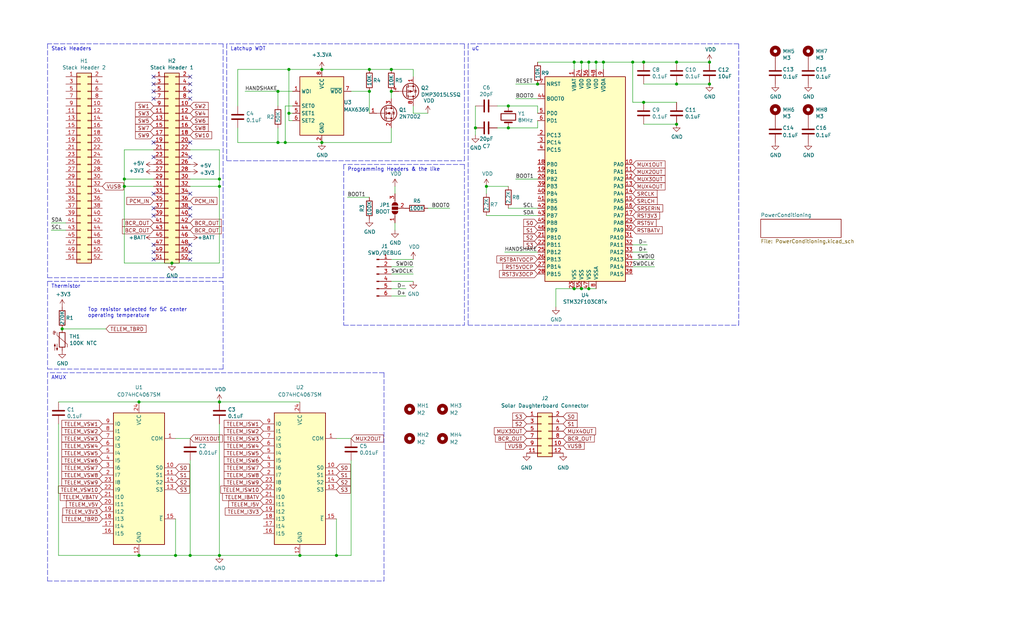
<source format=kicad_sch>
(kicad_sch (version 20211123) (generator eeschema)
  (paper "USLegal")
  (title_block (title "TJ Custom EPS") (rev "2") (company "TJHSST Nanosatellite Club") (comment 1 "Master Sheet") (comment 2 "Contains TTC node uC, stack header, and data connections") (comment 4 "Engineer: Alan Hsu"))
  (junction (at 43.18 64.77))
  (junction (at 135.89 31.75))
  (junction (at 176.53 36.83))
  (junction (at 223.52 35.56))
  (junction (at 204.47 100.33))
  (junction (at 176.53 44.45))
  (junction (at 128.27 24.13))
  (junction (at 234.95 29.21))
  (junction (at 76.2 62.23))
  (junction (at 234.95 43.18))
  (junction (at 96.52 49.53))
  (junction (at 186.69 29.21))
  (junction (at 116.84 193.04))
  (junction (at 128.27 31.75))
  (junction (at 66.04 193.04))
  (junction (at 234.95 21.59))
  (junction (at 246.38 29.21))
  (junction (at 207.01 21.59))
  (junction (at 111.76 49.53))
  (junction (at 168.91 64.77))
  (junction (at 76.2 193.04))
  (junction (at 60.96 193.04))
  (junction (at 21.59 114.3))
  (junction (at 204.47 21.59))
  (junction (at 219.71 21.59))
  (junction (at 111.76 24.13))
  (junction (at 99.06 49.53))
  (junction (at 209.55 21.59))
  (junction (at 199.39 100.33))
  (junction (at 43.18 62.23))
  (junction (at 199.39 21.59))
  (junction (at 59.69 91.44))
  (junction (at 76.2 139.7))
  (junction (at 100.33 39.37))
  (junction (at 135.89 24.13))
  (junction (at 223.52 21.59))
  (junction (at 201.93 100.33))
  (junction (at 96.52 31.75))
  (junction (at 104.14 193.04))
  (junction (at 100.33 24.13))
  (junction (at 246.38 21.59))
  (junction (at 48.26 193.04))
  (junction (at 48.26 139.7))
  (junction (at 76.2 64.77))
  (junction (at 201.93 21.59))
  (junction (at 165.1 44.45))
  (no_connect (at 66.04 29.21))
  (no_connect (at 53.34 31.75))
  (no_connect (at 53.34 87.63))
  (no_connect (at 53.34 72.39))
  (no_connect (at 66.04 72.39))
  (no_connect (at 53.34 34.29))
  (no_connect (at 66.04 31.75))
  (no_connect (at 53.34 67.31))
  (no_connect (at 66.04 87.63))
  (no_connect (at 66.04 90.17))
  (no_connect (at 66.04 67.31))
  (no_connect (at 66.04 74.93))
  (no_connect (at 53.34 74.93))
  (no_connect (at 53.34 85.09))
  (no_connect (at 53.34 26.67))
  (no_connect (at 66.04 49.53))
  (no_connect (at 53.34 49.53))
  (no_connect (at 66.04 85.09))
  (no_connect (at 53.34 29.21))
  (no_connect (at 66.04 26.67))
  (no_connect (at 66.04 54.61))
  (no_connect (at 53.34 54.61))
  (no_connect (at 53.34 90.17))
  (no_connect (at 66.04 34.29))
  (polyline (pts (xy 16.51 96.52) (xy 77.47 96.52)))
  (wire (pts (xy 204.47 21.59) (xy 204.47 24.13)))
  (wire (pts (xy 53.34 62.23) (xy 43.18 62.23)))
  (wire (pts (xy 60.96 152.4) (xy 66.04 152.4)))
  (polyline (pts (xy 78.74 15.24) (xy 78.74 55.88)))
  (wire (pts (xy 101.6 41.91) (xy 100.33 41.91)))
  (wire (pts (xy 219.71 35.56) (xy 223.52 35.56)))
  (wire (pts (xy 66.04 64.77) (xy 76.2 64.77)))
  (wire (pts (xy 82.55 24.13) (xy 100.33 24.13)))
  (wire (pts (xy 121.92 193.04) (xy 116.84 193.04)))
  (wire (pts (xy 43.18 64.77) (xy 43.18 91.44)))
  (wire (pts (xy 76.2 62.23) (xy 76.2 64.77)))
  (polyline (pts (xy 119.38 57.15) (xy 119.38 113.03)))
  (wire (pts (xy 175.26 87.63) (xy 186.69 87.63)))
  (wire (pts (xy 219.71 87.63) (xy 224.79 87.63)))
  (wire (pts (xy 135.89 92.71) (xy 143.51 92.71)))
  (wire (pts (xy 165.1 44.45) (xy 165.1 46.99)))
  (wire (pts (xy 135.89 97.79) (xy 143.51 97.79)))
  (wire (pts (xy 246.38 21.59) (xy 234.95 21.59)))
  (wire (pts (xy 168.91 64.77) (xy 176.53 64.77)))
  (wire (pts (xy 143.51 26.67) (xy 143.51 24.13)))
  (wire (pts (xy 111.76 24.13) (xy 128.27 24.13)))
  (wire (pts (xy 176.53 44.45) (xy 186.69 44.45)))
  (polyline (pts (xy 256.54 113.03) (xy 256.54 15.24)))
  (wire (pts (xy 20.32 147.32) (xy 20.32 193.04)))
  (wire (pts (xy 219.71 92.71) (xy 227.33 92.71)))
  (wire (pts (xy 43.18 91.44) (xy 59.69 91.44)))
  (wire (pts (xy 207.01 21.59) (xy 207.01 24.13)))
  (wire (pts (xy 219.71 21.59) (xy 223.52 21.59)))
  (wire (pts (xy 76.2 64.77) (xy 76.2 91.44)))
  (wire (pts (xy 60.96 180.34) (xy 60.96 193.04)))
  (polyline (pts (xy 16.51 97.79) (xy 16.51 128.27)))
  (wire (pts (xy 66.04 52.07) (xy 76.2 52.07)))
  (wire (pts (xy 66.04 193.04) (xy 76.2 193.04)))
  (wire (pts (xy 143.51 36.83) (xy 143.51 39.37)))
  (wire (pts (xy 48.26 139.7) (xy 76.2 139.7)))
  (wire (pts (xy 128.27 68.58) (xy 120.65 68.58)))
  (wire (pts (xy 201.93 21.59) (xy 204.47 21.59)))
  (wire (pts (xy 135.89 34.29) (xy 135.89 31.75)))
  (polyline (pts (xy 16.51 15.24) (xy 16.51 96.52)))
  (wire (pts (xy 20.32 193.04) (xy 48.26 193.04)))
  (polyline (pts (xy 16.51 97.79) (xy 77.47 97.79)))
  (wire (pts (xy 176.53 36.83) (xy 172.72 36.83)))
  (polyline (pts (xy 133.35 129.54) (xy 16.51 129.54)))
  (wire (pts (xy 17.78 77.47) (xy 22.86 77.47)))
  (wire (pts (xy 76.2 193.04) (xy 104.14 193.04)))
  (wire (pts (xy 135.89 24.13) (xy 143.51 24.13)))
  (wire (pts (xy 76.2 147.32) (xy 76.2 193.04)))
  (wire (pts (xy 104.14 139.7) (xy 76.2 139.7)))
  (polyline (pts (xy 16.51 128.27) (xy 77.47 128.27)))
  (wire (pts (xy 172.72 44.45) (xy 176.53 44.45)))
  (wire (pts (xy 43.18 62.23) (xy 43.18 64.77)))
  (wire (pts (xy 96.52 31.75) (xy 101.6 31.75)))
  (polyline (pts (xy 162.56 15.24) (xy 162.56 113.03)))
  (wire (pts (xy 168.91 74.93) (xy 186.69 74.93)))
  (wire (pts (xy 201.93 100.33) (xy 199.39 100.33)))
  (wire (pts (xy 20.32 139.7) (xy 48.26 139.7)))
  (wire (pts (xy 99.06 49.53) (xy 111.76 49.53)))
  (wire (pts (xy 234.95 29.21) (xy 223.52 29.21)))
  (wire (pts (xy 66.04 62.23) (xy 76.2 62.23)))
  (wire (pts (xy 143.51 39.37) (xy 148.59 39.37)))
  (wire (pts (xy 199.39 21.59) (xy 199.39 24.13)))
  (wire (pts (xy 101.6 39.37) (xy 100.33 39.37)))
  (wire (pts (xy 53.34 52.07) (xy 43.18 52.07)))
  (polyline (pts (xy 161.29 15.24) (xy 78.74 15.24)))
  (polyline (pts (xy 77.47 15.24) (xy 16.51 15.24)))
  (wire (pts (xy 59.69 91.44) (xy 76.2 91.44)))
  (polyline (pts (xy 133.35 129.54) (xy 133.35 201.93)))
  (wire (pts (xy 43.18 52.07) (xy 43.18 62.23)))
  (polyline (pts (xy 161.29 55.88) (xy 161.29 15.24)))
  (polyline (pts (xy 16.51 201.93) (xy 133.35 201.93)))
  (wire (pts (xy 246.38 29.21) (xy 234.95 29.21)))
  (polyline (pts (xy 162.56 113.03) (xy 256.54 113.03)))
  (wire (pts (xy 82.55 49.53) (xy 96.52 49.53)))
  (wire (pts (xy 209.55 21.59) (xy 219.71 21.59)))
  (wire (pts (xy 186.69 36.83) (xy 176.53 36.83)))
  (wire (pts (xy 85.09 31.75) (xy 96.52 31.75)))
  (wire (pts (xy 96.52 36.83) (xy 96.52 31.75)))
  (wire (pts (xy 201.93 21.59) (xy 201.93 24.13)))
  (wire (pts (xy 135.89 90.17) (xy 143.51 90.17)))
  (polyline (pts (xy 161.29 57.15) (xy 161.29 113.03)))
  (wire (pts (xy 148.59 72.39) (xy 156.21 72.39)))
  (wire (pts (xy 219.71 90.17) (xy 227.33 90.17)))
  (wire (pts (xy 96.52 49.53) (xy 99.06 49.53)))
  (wire (pts (xy 135.89 100.33) (xy 140.97 100.33)))
  (wire (pts (xy 101.6 36.83) (xy 99.06 36.83)))
  (wire (pts (xy 22.86 80.01) (xy 17.78 80.01)))
  (polyline (pts (xy 119.38 113.03) (xy 161.29 113.03)))
  (polyline (pts (xy 78.74 55.88) (xy 161.29 55.88)))
  (wire (pts (xy 135.89 44.45) (xy 135.89 49.53)))
  (wire (pts (xy 60.96 193.04) (xy 66.04 193.04)))
  (wire (pts (xy 186.69 44.45) (xy 186.69 41.91)))
  (wire (pts (xy 186.69 39.37) (xy 186.69 36.83)))
  (wire (pts (xy 128.27 24.13) (xy 135.89 24.13)))
  (polyline (pts (xy 77.47 96.52) (xy 77.47 15.24)))
  (wire (pts (xy 193.04 100.33) (xy 193.04 106.68)))
  (wire (pts (xy 204.47 100.33) (xy 201.93 100.33)))
  (wire (pts (xy 121.92 31.75) (xy 128.27 31.75)))
  (polyline (pts (xy 256.54 15.24) (xy 162.56 15.24)))
  (wire (pts (xy 100.33 41.91) (xy 100.33 39.37)))
  (wire (pts (xy 137.16 77.47) (xy 137.16 80.01)))
  (wire (pts (xy 234.95 43.18) (xy 223.52 43.18)))
  (wire (pts (xy 60.96 193.04) (xy 48.26 193.04)))
  (wire (pts (xy 186.69 34.29) (xy 179.07 34.29)))
  (wire (pts (xy 76.2 52.07) (xy 76.2 62.23)))
  (wire (pts (xy 116.84 193.04) (xy 116.84 180.34)))
  (wire (pts (xy 66.04 160.02) (xy 66.04 193.04)))
  (wire (pts (xy 121.92 160.02) (xy 121.92 193.04)))
  (wire (pts (xy 111.76 49.53) (xy 135.89 49.53)))
  (wire (pts (xy 204.47 21.59) (xy 207.01 21.59)))
  (wire (pts (xy 99.06 36.83) (xy 99.06 49.53)))
  (polyline (pts (xy 77.47 128.27) (xy 77.47 97.79)))
  (polyline (pts (xy 16.51 129.54) (xy 16.51 201.93)))
  (wire (pts (xy 135.89 102.87) (xy 140.97 102.87)))
  (wire (pts (xy 179.07 29.21) (xy 186.69 29.21)))
  (wire (pts (xy 100.33 24.13) (xy 111.76 24.13)))
  (wire (pts (xy 165.1 44.45) (xy 165.1 36.83)))
  (wire (pts (xy 135.89 95.25) (xy 143.51 95.25)))
  (wire (pts (xy 53.34 64.77) (xy 43.18 64.77)))
  (wire (pts (xy 21.59 114.3) (xy 36.83 114.3)))
  (wire (pts (xy 219.71 85.09) (xy 224.79 85.09)))
  (wire (pts (xy 82.55 36.83) (xy 82.55 24.13)))
  (wire (pts (xy 186.69 62.23) (xy 179.07 62.23)))
  (wire (pts (xy 234.95 35.56) (xy 223.52 35.56)))
  (wire (pts (xy 209.55 21.59) (xy 209.55 24.13)))
  (wire (pts (xy 219.71 21.59) (xy 219.71 35.56)))
  (wire (pts (xy 128.27 31.75) (xy 128.27 39.37)))
  (wire (pts (xy 137.16 67.31) (xy 137.16 64.77)))
  (wire (pts (xy 116.84 152.4) (xy 121.92 152.4)))
  (wire (pts (xy 176.53 72.39) (xy 186.69 72.39)))
  (wire (pts (xy 207.01 21.59) (xy 209.55 21.59)))
  (wire (pts (xy 100.33 24.13) (xy 100.33 39.37)))
  (wire (pts (xy 234.95 21.59) (xy 223.52 21.59)))
  (wire (pts (xy 186.69 21.59) (xy 199.39 21.59)))
  (wire (pts (xy 199.39 21.59) (xy 201.93 21.59)))
  (polyline (pts (xy 161.29 57.15) (xy 119.38 57.15)))
  (wire (pts (xy 82.55 49.53) (xy 82.55 44.45)))
  (wire (pts (xy 207.01 100.33) (xy 204.47 100.33)))
  (wire (pts (xy 104.14 193.04) (xy 116.84 193.04)))
  (wire (pts (xy 96.52 44.45) (xy 96.52 49.53)))
  (wire (pts (xy 199.39 100.33) (xy 193.04 100.33)))
  (wire (pts (xy 168.91 67.31) (xy 168.91 64.77)))
  (text "Programming Headers & the like" (at 120.65 59.69 0) (effects (font (size 1.27 1.27)) (justify left bottom)))
  (text "Latchup WDT" (at 80.01 17.78 0) (effects (font (size 1.27 1.27)) (justify left bottom)))
  (text "Top resistor selected for 5C center \noperating temperature" (at 30.48 110.49 0) (effects (font (size 1.27 1.27)) (justify left bottom)))
  (text "Stack Headers" (at 17.78 17.78 0) (effects (font (size 1.27 1.27)) (justify left bottom)))
  (text "AMUX" (at 17.78 132.08 0) (effects (font (size 1.27 1.27)) (justify left bottom)))
  (text "Thermistor" (at 17.78 100.33 0) (effects (font (size 1.27 1.27)) (justify left bottom)))
  (text "uC" (at 163.83 17.78 0) (effects (font (size 1.27 1.27)) (justify left bottom)))
  (label "HANDSHAKE" (at 175.26 87.63 0))
  (label "D-" (at 224.79 85.09 180))
  (label "D+" (at 140.97 102.87 180))
  (label "D-" (at 140.97 100.33 180))
  (label "SDA" (at 17.78 77.47 0))
  (label "BOOT1" (at 120.65 68.58 0))
  (label "SWDCLK" (at 143.51 95.25 180))
  (label "SCL" (at 17.78 80.01 0))
  (label "RESET" (at 179.07 29.21 0))
  (label "BOOT1" (at 179.07 62.23 0))
  (label "HANDSHAKE" (at 85.09 31.75 0))
  (label "SDA" (at 181.61 74.93 0))
  (label "SWDCLK" (at 227.33 92.71 180))
  (label "BOOT0" (at 179.07 34.29 0))
  (label "SWDIO" (at 143.51 92.71 180))
  (label "SWDIO" (at 227.33 90.17 180))
  (label "D+" (at 224.79 87.63 180))
  (label "BOOT0" (at 156.21 72.39 180))
  (label "SCL" (at 181.61 72.39 0))
  (global_label "TELEM_ISW5" (shape input) (at 91.44 157.48 180) (property "Intersheet References" "${INTERSHEET_REFS}" (effects hide)))
  (global_label "VUSB" (shape input) (at 195.58 154.94 0) (property "Intersheet References" "${INTERSHEET_REFS}" (effects hide)))
  (global_label "TELEM_TBRD" (shape input) (at 35.56 180.34 180) (property "Intersheet References" "${INTERSHEET_REFS}" (effects hide)))
  (global_label "SW5" (shape input) (at 53.34 41.91 180) (property "Intersheet References" "${INTERSHEET_REFS}" (effects hide)))
  (global_label "S3" (shape input) (at 116.84 170.18 0) (property "Intersheet References" "${INTERSHEET_REFS}" (effects hide)))
  (global_label "SRLCH" (shape input) (at 219.71 69.85 0) (property "Intersheet References" "${INTERSHEET_REFS}" (effects hide)))
  (global_label "S2" (shape input) (at 186.69 82.55 180) (property "Intersheet References" "${INTERSHEET_REFS}" (effects hide)))
  (global_label "TELEM_VSW10" (shape input) (at 35.56 170.18 180) (property "Intersheet References" "${INTERSHEET_REFS}" (effects hide)))
  (global_label "TELEM_VSW3" (shape input) (at 35.56 152.4 180) (property "Intersheet References" "${INTERSHEET_REFS}" (effects hide)))
  (global_label "SW10" (shape input) (at 66.04 46.99 0) (property "Intersheet References" "${INTERSHEET_REFS}" (effects hide)))
  (global_label "BCR_OUT" (shape input) (at 182.88 152.4 180) (property "Intersheet References" "${INTERSHEET_REFS}" (effects hide)))
  (global_label "TELEM_ISW4" (shape input) (at 91.44 154.94 180) (property "Intersheet References" "${INTERSHEET_REFS}" (effects hide)))
  (global_label "TELEM_VBATV" (shape input) (at 35.56 172.72 180) (property "Intersheet References" "${INTERSHEET_REFS}" (effects hide)))
  (global_label "S1" (shape input) (at 195.58 147.32 0) (property "Intersheet References" "${INTERSHEET_REFS}" (effects hide)))
  (global_label "TELEM_ISW10" (shape input) (at 91.44 170.18 180) (property "Intersheet References" "${INTERSHEET_REFS}" (effects hide)))
  (global_label "S1" (shape input) (at 186.69 80.01 180) (property "Intersheet References" "${INTERSHEET_REFS}" (effects hide)))
  (global_label "TELEM_V3V3" (shape input) (at 35.56 177.8 180) (property "Intersheet References" "${INTERSHEET_REFS}" (effects hide)))
  (global_label "MUX1OUT" (shape input) (at 66.04 152.4 0) (property "Intersheet References" "${INTERSHEET_REFS}" (effects hide)))
  (global_label "RSTBATVOCP" (shape input) (at 186.69 90.17 180) (property "Intersheet References" "${INTERSHEET_REFS}" (effects hide)))
  (global_label "BCR_OUT" (shape input) (at 66.04 77.47 0) (property "Intersheet References" "${INTERSHEET_REFS}" (effects hide)))
  (global_label "S2" (shape input) (at 60.96 167.64 0) (property "Intersheet References" "${INTERSHEET_REFS}" (effects hide)))
  (global_label "TELEM_I5V" (shape input) (at 91.44 175.26 180) (property "Intersheet References" "${INTERSHEET_REFS}" (effects hide)))
  (global_label "TELEM_ISW2" (shape input) (at 91.44 149.86 180) (property "Intersheet References" "${INTERSHEET_REFS}" (effects hide)))
  (global_label "S3" (shape input) (at 182.88 144.78 180) (property "Intersheet References" "${INTERSHEET_REFS}" (effects hide)))
  (global_label "S1" (shape input) (at 116.84 165.1 0) (property "Intersheet References" "${INTERSHEET_REFS}" (effects hide)))
  (global_label "TELEM_ISW9" (shape input) (at 91.44 167.64 180) (property "Intersheet References" "${INTERSHEET_REFS}" (effects hide)))
  (global_label "S2" (shape input) (at 182.88 147.32 180) (property "Intersheet References" "${INTERSHEET_REFS}" (effects hide)))
  (global_label "BCR_OUT" (shape input) (at 66.04 80.01 0) (property "Intersheet References" "${INTERSHEET_REFS}" (effects hide)))
  (global_label "S2" (shape input) (at 116.84 167.64 0) (property "Intersheet References" "${INTERSHEET_REFS}" (effects hide)))
  (global_label "TELEM_ISW7" (shape input) (at 91.44 162.56 180) (property "Intersheet References" "${INTERSHEET_REFS}" (effects hide)))
  (global_label "RST5V" (shape input) (at 219.71 77.47 0) (property "Intersheet References" "${INTERSHEET_REFS}" (effects hide)))
  (global_label "TELEM_IBATV" (shape input) (at 91.44 172.72 180) (property "Intersheet References" "${INTERSHEET_REFS}" (effects hide)))
  (global_label "S3" (shape input) (at 186.69 85.09 180) (property "Intersheet References" "${INTERSHEET_REFS}" (effects hide)))
  (global_label "TELEM_VSW6" (shape input) (at 35.56 160.02 180) (property "Intersheet References" "${INTERSHEET_REFS}" (effects hide)))
  (global_label "MUX4OUT" (shape input) (at 195.58 149.86 0) (property "Intersheet References" "${INTERSHEET_REFS}" (effects hide)))
  (global_label "TELEM_VSW8" (shape input) (at 35.56 165.1 180) (property "Intersheet References" "${INTERSHEET_REFS}" (effects hide)))
  (global_label "TELEM_VSW7" (shape input) (at 35.56 162.56 180) (property "Intersheet References" "${INTERSHEET_REFS}" (effects hide)))
  (global_label "TELEM_TBRD" (shape input) (at 36.83 114.3 0) (property "Intersheet References" "${INTERSHEET_REFS}" (effects hide)))
  (global_label "SRCLK" (shape input) (at 219.71 67.31 0) (property "Intersheet References" "${INTERSHEET_REFS}" (effects hide)))
  (global_label "VUSB" (shape input) (at 182.88 154.94 180) (property "Intersheet References" "${INTERSHEET_REFS}" (effects hide)))
  (global_label "PCM_IN" (shape input) (at 53.34 69.85 180) (property "Intersheet References" "${INTERSHEET_REFS}" (effects hide)))
  (global_label "S0" (shape input) (at 186.69 77.47 180) (property "Intersheet References" "${INTERSHEET_REFS}" (effects hide)))
  (global_label "MUX4OUT" (shape input) (at 219.71 64.77 0) (property "Intersheet References" "${INTERSHEET_REFS}" (effects hide)))
  (global_label "MUX2OUT" (shape input) (at 219.71 59.69 0) (property "Intersheet References" "${INTERSHEET_REFS}" (effects hide)))
  (global_label "SRSERIN" (shape input) (at 219.71 72.39 0) (property "Intersheet References" "${INTERSHEET_REFS}" (effects hide)))
  (global_label "TELEM_VSW4" (shape input) (at 35.56 154.94 180) (property "Intersheet References" "${INTERSHEET_REFS}" (effects hide)))
  (global_label "RSTBATV" (shape input) (at 219.71 80.01 0) (property "Intersheet References" "${INTERSHEET_REFS}" (effects hide)))
  (global_label "SW8" (shape input) (at 66.04 44.45 0) (property "Intersheet References" "${INTERSHEET_REFS}" (effects hide)))
  (global_label "TELEM_I3V3" (shape input) (at 91.44 177.8 180) (property "Intersheet References" "${INTERSHEET_REFS}" (effects hide)))
  (global_label "SW9" (shape input) (at 53.34 46.99 180) (property "Intersheet References" "${INTERSHEET_REFS}" (effects hide)))
  (global_label "TELEM_ISW6" (shape input) (at 91.44 160.02 180) (property "Intersheet References" "${INTERSHEET_REFS}" (effects hide)))
  (global_label "MUX3OUT" (shape input) (at 182.88 149.86 180) (property "Intersheet References" "${INTERSHEET_REFS}" (effects hide)))
  (global_label "TELEM_V5V" (shape input) (at 35.56 175.26 180) (property "Intersheet References" "${INTERSHEET_REFS}" (effects hide)))
  (global_label "TELEM_ISW8" (shape input) (at 91.44 165.1 180) (property "Intersheet References" "${INTERSHEET_REFS}" (effects hide)))
  (global_label "S0" (shape input) (at 195.58 144.78 0) (property "Intersheet References" "${INTERSHEET_REFS}" (effects hide)))
  (global_label "MUX1OUT" (shape input) (at 219.71 57.15 0) (property "Intersheet References" "${INTERSHEET_REFS}" (effects hide)))
  (global_label "PCM_IN" (shape input) (at 66.04 69.85 0) (property "Intersheet References" "${INTERSHEET_REFS}" (effects hide)))
  (global_label "S1" (shape input) (at 60.96 165.1 0) (property "Intersheet References" "${INTERSHEET_REFS}" (effects hide)))
  (global_label "TELEM_VSW5" (shape input) (at 35.56 157.48 180) (property "Intersheet References" "${INTERSHEET_REFS}" (effects hide)))
  (global_label "TELEM_ISW3" (shape input) (at 91.44 152.4 180) (property "Intersheet References" "${INTERSHEET_REFS}" (effects hide)))
  (global_label "RST3V3OCP" (shape input) (at 186.69 95.25 180) (property "Intersheet References" "${INTERSHEET_REFS}" (effects hide)))
  (global_label "S3" (shape input) (at 60.96 170.18 0) (property "Intersheet References" "${INTERSHEET_REFS}" (effects hide)))
  (global_label "SW1" (shape input) (at 53.34 36.83 180) (property "Intersheet References" "${INTERSHEET_REFS}" (effects hide)))
  (global_label "SW6" (shape input) (at 66.04 41.91 0) (property "Intersheet References" "${INTERSHEET_REFS}" (effects hide)))
  (global_label "BCR_OUT" (shape input) (at 195.58 152.4 0) (property "Intersheet References" "${INTERSHEET_REFS}" (effects hide)))
  (global_label "SW3" (shape input) (at 53.34 39.37 180) (property "Intersheet References" "${INTERSHEET_REFS}" (effects hide)))
  (global_label "SW7" (shape input) (at 53.34 44.45 180) (property "Intersheet References" "${INTERSHEET_REFS}" (effects hide)))
  (global_label "RST5VOCP" (shape input) (at 186.69 92.71 180) (property "Intersheet References" "${INTERSHEET_REFS}" (effects hide)))
  (global_label "SW4" (shape input) (at 66.04 39.37 0) (property "Intersheet References" "${INTERSHEET_REFS}" (effects hide)))
  (global_label "TELEM_VSW9" (shape input) (at 35.56 167.64 180) (property "Intersheet References" "${INTERSHEET_REFS}" (effects hide)))
  (global_label "TELEM_VSW1" (shape input) (at 35.56 147.32 180) (property "Intersheet References" "${INTERSHEET_REFS}" (effects hide)))
  (global_label "MUX2OUT" (shape input) (at 121.92 152.4 0) (property "Intersheet References" "${INTERSHEET_REFS}" (effects hide)))
  (global_label "S0" (shape input) (at 60.96 162.56 0) (property "Intersheet References" "${INTERSHEET_REFS}" (effects hide)))
  (global_label "TELEM_ISW1" (shape input) (at 91.44 147.32 180) (property "Intersheet References" "${INTERSHEET_REFS}" (effects hide)))
  (global_label "SW2" (shape input) (at 66.04 36.83 0) (property "Intersheet References" "${INTERSHEET_REFS}" (effects hide)))
  (global_label "RST3V3" (shape input) (at 219.71 74.93 0) (property "Intersheet References" "${INTERSHEET_REFS}" (effects hide)))
  (global_label "BCR_OUT" (shape input) (at 53.34 77.47 180) (property "Intersheet References" "${INTERSHEET_REFS}" (effects hide)))
  (global_label "BCR_OUT" (shape input) (at 53.34 80.01 180) (property "Intersheet References" "${INTERSHEET_REFS}" (effects hide)))
  (global_label "MUX3OUT" (shape input) (at 219.71 62.23 0) (property "Intersheet References" "${INTERSHEET_REFS}" (effects hide)))
  (global_label "VUSB" (shape input) (at 35.56 64.77 0) (property "Intersheet References" "${INTERSHEET_REFS}" (effects hide)))
  (global_label "TELEM_VSW2" (shape input) (at 35.56 149.86 180) (property "Intersheet References" "${INTERSHEET_REFS}" (effects hide)))
  (global_label "S0" (shape input) (at 116.84 162.56 0) (property "Intersheet References" "${INTERSHEET_REFS}" (effects hide)))
  (symbol (lib_id "Connector_Generic:Conn_02x26_Odd_Even") (at 27.94 57.15 0) (unit 1)
    (property "Reference" "H1" (at 29.21 21.1582 0))
    (property "Value" "Stack Header 2" (at 29.21 23.4696 0))
    (property "Footprint" "footprints:PinSocket_2x26_P2.54mm_Vertical" (effects hide))
  )
  (symbol (lib_id "Connector_Generic:Conn_02x26_Odd_Even") (at 58.42 57.15 0) (unit 1)
    (property "Reference" "H2" (at 59.69 21.1582 0))
    (property "Value" "Stack Header 1" (at 59.69 23.4696 0))
    (property "Footprint" "footprints:PinSocket_2x26_P2.54mm_Vertical" (effects hide))
  )
  (symbol (lib_id "power:+5V") (at 53.34 57.15 90) (unit 1)
    (property "Reference" "#PWR03" (effects hide))
    (property "Value" "+5V" (at 50.0888 56.769 90) (effects (justify left)))
  )
  (symbol (lib_id "power:+5V") (at 66.04 57.15 270) (unit 1)
    (property "Reference" "#PWR07" (effects hide))
    (property "Value" "+5V" (at 69.2912 57.531 90) (effects (justify left)))
  )
  (symbol (lib_id "power:+3V3") (at 53.34 59.69 90) (unit 1)
    (property "Reference" "#PWR04" (effects hide))
    (property "Value" "+3V3" (at 50.0888 59.309 90) (effects (justify left)))
  )
  (symbol (lib_id "power:+3V3") (at 66.04 59.69 270) (unit 1)
    (property "Reference" "#PWR08" (effects hide))
    (property "Value" "+3V3" (at 69.2912 60.071 90) (effects (justify left)))
  )
  (symbol (lib_id "power:+BATT") (at 66.04 82.55 270) (unit 1)
    (property "Reference" "#PWR09" (effects hide))
    (property "Value" "+BATT" (at 68.58 82.55 90) (effects (justify left)))
  )
  (symbol (lib_id "power:+BATT") (at 53.34 82.55 90) (unit 1)
    (property "Reference" "#PWR05" (effects hide))
    (property "Value" "+BATT" (at 50.8 82.55 90) (effects (justify left)))
  )
  (symbol (lib_id "power:GND") (at 59.69 91.44 0) (unit 1)
    (property "Reference" "#PWR06" (effects hide))
    (property "Value" "GND" (at 59.817 95.8342 0))
  )
  (symbol (lib_id "Device:R") (at 176.53 68.58 0) (unit 1)
    (property "Reference" "R8" (at 177.8 68.58 0) (effects (justify left)))
    (property "Value" "2.2K" (at 176.53 68.58 90))
    (property "Footprint" "Resistor_SMD:R_0805_2012Metric" (effects hide))
  )
  (symbol (lib_id "Device:R") (at 168.91 71.12 0) (unit 1)
    (property "Reference" "R7" (at 170.18 71.12 0) (effects (justify left)))
    (property "Value" "2.2K" (at 168.91 71.12 90))
    (property "Footprint" "Resistor_SMD:R_0805_2012Metric" (effects hide))
  )
  (symbol (lib_id "Mechanical:MountingHole_Pad") (at 269.24 19.05 0) (unit 1)
    (property "Reference" "MH5" (at 271.78 17.8054 0) (effects (justify left)))
    (property "Value" "M3" (at 271.78 20.1168 0) (effects (justify left)))
    (property "Footprint" "MountingHole:MountingHole_3.2mm_M3_DIN965_Pad_TopBottom" (effects hide))
  )
  (symbol (lib_id "Mechanical:MountingHole_Pad") (at 269.24 39.37 0) (unit 1)
    (property "Reference" "MH6" (at 271.78 38.1254 0) (effects (justify left)))
    (property "Value" "M3" (at 271.78 40.4368 0) (effects (justify left)))
    (property "Footprint" "MountingHole:MountingHole_3.2mm_M3_DIN965_Pad_TopBottom" (effects hide))
  )
  (symbol (lib_id "Mechanical:MountingHole_Pad") (at 280.67 19.05 0) (unit 1)
    (property "Reference" "MH7" (at 283.21 17.8054 0) (effects (justify left)))
    (property "Value" "M3" (at 283.21 20.1168 0) (effects (justify left)))
    (property "Footprint" "MountingHole:MountingHole_3.2mm_M3_DIN965_Pad_TopBottom" (effects hide))
  )
  (symbol (lib_id "Mechanical:MountingHole_Pad") (at 280.67 39.37 0) (unit 1)
    (property "Reference" "MH8" (at 283.21 38.1254 0) (effects (justify left)))
    (property "Value" "M3" (at 283.21 40.4368 0) (effects (justify left)))
    (property "Footprint" "MountingHole:MountingHole_3.2mm_M3_DIN965_Pad_TopBottom" (effects hide))
  )
  (symbol (lib_id "power:GND") (at 269.24 29.21 0) (unit 1)
    (property "Reference" "#PWR028" (effects hide))
    (property "Value" "GND" (at 269.367 33.6042 0))
  )
  (symbol (lib_id "power:GND") (at 280.67 29.21 0) (unit 1)
    (property "Reference" "#PWR030" (effects hide))
    (property "Value" "GND" (at 280.797 33.6042 0))
  )
  (symbol (lib_id "Device:R") (at 128.27 72.39 0) (unit 1)
    (property "Reference" "R3" (at 125.73 72.39 90))
    (property "Value" "100K" (at 128.27 72.39 90))
    (property "Footprint" "Resistor_SMD:R_0805_2012Metric" (effects hide))
  )
  (symbol (lib_id "Device:R") (at 144.78 72.39 270) (unit 1)
    (property "Reference" "R6" (at 144.78 69.85 90))
    (property "Value" "100K" (at 144.78 72.39 90))
    (property "Footprint" "Resistor_SMD:R_0805_2012Metric" (effects hide))
  )
  (symbol (lib_id "power:GND") (at 137.16 80.01 0) (unit 1)
    (property "Reference" "#PWR016" (effects hide))
    (property "Value" "GND" (at 137.287 84.4042 0))
  )
  (symbol (lib_id "power:GND") (at 128.27 76.2 0) (unit 1)
    (property "Reference" "#PWR014" (effects hide))
    (property "Value" "GND" (at 128.397 80.5942 0))
  )
  (symbol (lib_id "MCU_ST_STM32F1:STM32F103C8Tx") (at 204.47 62.23 0) (unit 1)
    (property "Reference" "U4" (at 203.2 102.5906 0))
    (property "Value" "STM32F103C8Tx" (at 203.2 104.902 0))
    (property "Footprint" "Package_QFP:LQFP-48_7x7mm_P0.5mm" (effects hide))
    (property "Datasheet" "http://www.st.com/st-web-ui/static/active/en/resource/technical/document/datasheet/CD00161566.pdf" (effects hide))
  )
  (symbol (lib_id "power:GND") (at 193.04 106.68 0) (unit 1)
    (property "Reference" "#PWR023" (effects hide))
    (property "Value" "GND" (at 193.167 111.0742 0))
  )
  (symbol (lib_id "Device:C") (at 223.52 25.4 0) (unit 1)
    (property "Reference" "C8" (at 226.441 24.2316 0) (effects (justify left)))
    (property "Value" "0.1uF" (at 226.441 26.543 0) (effects (justify left)))
    (property "Footprint" "Capacitor_SMD:C_0805_2012Metric" (effects hide))
  )
  (symbol (lib_id "Device:C") (at 234.95 25.4 0) (unit 1)
    (property "Reference" "C10" (at 237.871 24.2316 0) (effects (justify left)))
    (property "Value" "0.1uF" (at 237.871 26.543 0) (effects (justify left)))
    (property "Footprint" "Capacitor_SMD:C_0805_2012Metric" (effects hide))
  )
  (symbol (lib_id "Device:C") (at 223.52 39.37 0) (unit 1)
    (property "Reference" "C9" (at 226.441 38.2016 0) (effects (justify left)))
    (property "Value" "0.1uF" (at 226.441 40.513 0) (effects (justify left)))
    (property "Footprint" "Capacitor_SMD:C_0805_2012Metric" (effects hide))
  )
  (symbol (lib_id "Device:C") (at 234.95 39.37 0) (unit 1)
    (property "Reference" "C11" (at 237.871 38.2016 0) (effects (justify left)))
    (property "Value" "0.1uF" (at 237.871 40.513 0) (effects (justify left)))
    (property "Footprint" "Capacitor_SMD:C_0805_2012Metric" (effects hide))
  )
  (symbol (lib_id "Device:C") (at 246.38 25.4 0) (unit 1)
    (property "Reference" "C12" (at 249.301 24.2316 0) (effects (justify left)))
    (property "Value" "10uF" (at 249.301 26.543 0) (effects (justify left)))
    (property "Footprint" "Capacitor_SMD:C_0805_2012Metric" (effects hide))
  )
  (symbol (lib_id "power:GND") (at 234.95 43.18 0) (unit 1)
    (property "Reference" "#PWR025" (effects hide))
    (property "Value" "GND" (at 235.077 47.5742 0))
  )
  (symbol (lib_id "Device:Crystal") (at 176.53 40.64 270) (unit 1)
    (property "Reference" "Y1" (at 179.8574 39.4716 90) (effects (justify left)))
    (property "Value" "8MHz" (at 179.8574 41.783 90) (effects (justify left)))
    (property "Footprint" "Crystal:Crystal_HC49-4H_Vertical" (effects hide))
  )
  (symbol (lib_id "Device:C") (at 168.91 36.83 270) (unit 1)
    (property "Reference" "C6" (at 168.91 30.4292 90))
    (property "Value" "20pF" (at 168.91 32.7406 90))
    (property "Footprint" "Capacitor_SMD:C_0805_2012Metric" (effects hide))
  )
  (symbol (lib_id "Device:C") (at 168.91 44.45 270) (unit 1)
    (property "Reference" "C7" (at 168.91 50.8 90))
    (property "Value" "20pF" (at 168.91 48.26 90))
    (property "Footprint" "Capacitor_SMD:C_0805_2012Metric" (effects hide))
  )
  (symbol (lib_id "power:GND") (at 165.1 46.99 0) (unit 1)
    (property "Reference" "#PWR020" (effects hide))
    (property "Value" "GND" (at 165.227 51.3842 0))
  )
  (symbol (lib_id "Device:R") (at 186.69 25.4 0) (unit 1)
    (property "Reference" "R9" (at 187.96 25.4 0) (effects (justify left)))
    (property "Value" "10K" (at 186.69 25.4 90))
    (property "Footprint" "Resistor_SMD:R_0805_2012Metric" (effects hide))
  )
  (symbol (lib_id "power:GND") (at 143.51 97.79 0) (unit 1)
    (property "Reference" "#PWR018" (effects hide))
    (property "Value" "GND" (at 143.637 102.1842 0))
  )
  (symbol (lib_id "74xx:CD74HC4067SM") (at 48.26 165.1 0) (mirror y) (unit 1)
    (property "Reference" "U1" (at 48.26 134.62 0))
    (property "Value" "CD74HC4067SM" (at 48.26 137.16 0))
    (property "Footprint" "Package_SO:SSOP-24_5.3x8.2mm_P0.65mm" (effects hide))
    (property "Datasheet" "http://www.ti.com/lit/ds/symlink/cd74hc4067.pdf" (effects hide))
  )
  (symbol (lib_id "74xx:CD74HC4067SM") (at 104.14 165.1 0) (mirror y) (unit 1)
    (property "Reference" "U2" (at 104.14 134.62 0))
    (property "Value" "CD74HC4067SM" (at 104.14 137.16 0))
    (property "Footprint" "Package_SO:SSOP-24_5.3x8.2mm_P0.65mm" (effects hide))
    (property "Datasheet" "http://www.ti.com/lit/ds/symlink/cd74hc4067.pdf" (effects hide))
  )
  (symbol (lib_id "power:GND") (at 76.2 193.04 0) (unit 1)
    (property "Reference" "#PWR011" (effects hide))
    (property "Value" "GND" (at 76.327 197.4342 0))
  )
  (symbol (lib_id "Device:C") (at 76.2 143.51 0) (unit 1)
    (property "Reference" "C3" (at 79.121 142.3416 0) (effects (justify left)))
    (property "Value" "0.1uF" (at 79.121 144.653 0) (effects (justify left)))
    (property "Footprint" "Capacitor_SMD:C_0805_2012Metric" (effects hide))
  )
  (symbol (lib_id "Device:C") (at 20.32 143.51 0) (unit 1)
    (property "Reference" "C1" (at 23.241 142.3416 0) (effects (justify left)))
    (property "Value" "0.1uF" (at 23.241 144.653 0) (effects (justify left)))
    (property "Footprint" "Capacitor_SMD:C_0805_2012Metric" (effects hide))
  )
  (symbol (lib_id "Device:C") (at 66.04 156.21 0) (unit 1)
    (property "Reference" "C2" (at 68.961 155.0416 0) (effects (justify left)))
    (property "Value" "0.01uF" (at 68.961 157.353 0) (effects (justify left)))
    (property "Footprint" "Capacitor_SMD:C_0805_2012Metric" (effects hide))
  )
  (symbol (lib_id "Device:C") (at 121.92 156.21 0) (unit 1)
    (property "Reference" "C5" (at 124.841 155.0416 0) (effects (justify left)))
    (property "Value" "0.01uF" (at 124.841 157.353 0) (effects (justify left)))
    (property "Footprint" "Capacitor_SMD:C_0805_2012Metric" (effects hide))
  )
  (symbol (lib_id "Jumper:SolderJumper_3_Open") (at 137.16 72.39 90) (unit 1)
    (property "Reference" "JP1" (at 135.4582 71.2216 90) (effects (justify left)))
    (property "Value" "BOOT" (at 135.4582 73.533 90) (effects (justify left)))
    (property "Footprint" "Jumper:SolderJumper-3_P1.3mm_Open_Pad1.0x1.5mm" (effects hide))
  )
  (symbol (lib_id "Connector:Conn_01x06_Male") (at 130.81 95.25 0) (unit 1)
    (property "Reference" "J1" (at 133.5532 85.5726 0))
    (property "Value" "SWD/DEBUG" (at 133.5532 87.884 0))
    (property "Footprint" "Connector_PinHeader_2.54mm:PinHeader_1x06_P2.54mm_Vertical" (effects hide))
  )
  (symbol (lib_id "power:VDD") (at 168.91 64.77 0) (unit 1)
    (property "Reference" "#PWR021" (effects hide))
    (property "Value" "VDD" (at 169.291 60.3758 0))
  )
  (symbol (lib_id "power:VDD") (at 76.2 139.7 0) (unit 1)
    (property "Reference" "#PWR010" (effects hide))
    (property "Value" "VDD" (at 76.581 135.3058 0))
  )
  (symbol (lib_id "Power_Supervisor:MAX6369") (at 111.76 36.83 0) (unit 1)
    (property "Reference" "U3" (at 119.38 35.56 0) (effects (justify left)))
    (property "Value" "MAX6369" (at 119.38 38.1 0) (effects (justify left)))
    (property "Footprint" "Package_TO_SOT_SMD:SOT-23-8" (effects hide))
    (property "Datasheet" "https://datasheets.maximintegrated.com/en/ds/MAX6369-MAX6374.pdf" (effects hide))
  )
  (symbol (lib_id "power:GND") (at 111.76 49.53 0) (unit 1)
    (property "Reference" "#PWR013" (effects hide))
    (property "Value" "GND" (at 111.887 53.9242 0))
  )
  (symbol (lib_id "Device:R") (at 96.52 40.64 0) (unit 1)
    (property "Reference" "R2" (at 95.25 40.64 0) (effects (justify right)))
    (property "Value" "50K" (at 96.52 40.64 90))
    (property "Footprint" "Resistor_SMD:R_0805_2012Metric" (effects hide))
  )
  (symbol (lib_id "Device:C") (at 82.55 40.64 0) (unit 1)
    (property "Reference" "C4" (at 85.471 39.4716 0) (effects (justify left)))
    (property "Value" "0.1uF" (at 85.471 41.783 0) (effects (justify left)))
    (property "Footprint" "Capacitor_SMD:C_0805_2012Metric" (effects hide))
  )
  (symbol (lib_id "Device:R") (at 21.59 110.49 0) (unit 1)
    (property "Reference" "R1" (at 22.86 110.49 0) (effects (justify left)))
    (property "Value" "270K" (at 21.59 113.03 90) (effects (justify left)))
    (property "Footprint" "Resistor_SMD:R_0805_2012Metric" (effects hide))
  )
  (symbol (lib_id "Device:Thermistor_NTC") (at 21.59 118.11 0) (unit 1)
    (property "Reference" "TH1" (at 24.0792 116.9416 0) (effects (justify left)))
    (property "Value" "100K NTC" (at 24.0792 119.253 0) (effects (justify left)))
    (property "Footprint" "Resistor_SMD:R_1206_3216Metric" (effects hide))
  )
  (symbol (lib_id "power:+3V3") (at 21.59 106.68 0) (unit 1)
    (property "Reference" "#PWR01" (effects hide))
    (property "Value" "+3V3" (at 21.971 102.2858 0))
  )
  (symbol (lib_id "power:GND") (at 21.59 121.92 0) (unit 1)
    (property "Reference" "#PWR02" (effects hide))
    (property "Value" "GND" (at 21.717 126.3142 0))
  )
  (symbol (lib_id "power:VDD") (at 246.38 21.59 0) (unit 1)
    (property "Reference" "#PWR026" (effects hide))
    (property "Value" "VDD" (at 246.761 17.1958 0))
  )
  (symbol (lib_id "Transistor_FET:IRF7404") (at 140.97 31.75 0) (mirror x) (unit 1)
    (property "Reference" "Q2" (at 146.177 30.5816 0) (effects (justify left)))
    (property "Value" "DMP3015LSSQ" (at 146.177 32.893 0) (effects (justify left)))
    (property "Footprint" "Package_SO:SOIC-8_3.9x4.9mm_P1.27mm" (effects hide))
    (property "Datasheet" "http://www.infineon.com/dgdl/irf7404.pdf?fileId=5546d462533600a4015355fa2b5b1b9e" (effects hide))
  )
  (symbol (lib_id "Transistor_FET:2N7002") (at 133.35 39.37 0) (unit 1)
    (property "Reference" "Q1" (at 138.5316 38.2016 0) (effects (justify left)))
    (property "Value" "2N7002" (at 138.5316 40.513 0) (effects (justify left)))
    (property "Footprint" "Package_TO_SOT_SMD:SOT-23" (effects hide))
    (property "Datasheet" "https://www.onsemi.com/pub/Collateral/NDS7002A-D.PDF" (effects hide))
  )
  (symbol (lib_id "Device:R") (at 135.89 27.94 0) (unit 1)
    (property "Reference" "R5" (at 137.16 27.94 0) (effects (justify left)))
    (property "Value" "10K" (at 135.89 27.94 90))
    (property "Footprint" "Resistor_SMD:R_0805_2012Metric" (effects hide))
  )
  (symbol (lib_id "Device:R") (at 128.27 27.94 0) (unit 1)
    (property "Reference" "R4" (at 129.54 27.94 0) (effects (justify left)))
    (property "Value" "10K" (at 128.27 27.94 90))
    (property "Footprint" "Resistor_SMD:R_0805_2012Metric" (effects hide))
  )
  (symbol (lib_id "power:VDD") (at 148.59 39.37 0) (unit 1)
    (property "Reference" "#PWR019" (effects hide))
    (property "Value" "VDD" (at 148.971 34.9758 0))
  )
  (symbol (lib_id "power:GND") (at 246.38 29.21 0) (unit 1)
    (property "Reference" "#PWR027" (effects hide))
    (property "Value" "GND" (at 246.507 33.6042 0))
  )
  (symbol (lib_id "power:VDD") (at 137.16 64.77 0) (unit 1)
    (property "Reference" "#PWR015" (effects hide))
    (property "Value" "VDD" (at 137.541 60.3758 0))
  )
  (symbol (lib_id "power:VDD") (at 143.51 90.17 0) (unit 1)
    (property "Reference" "#PWR017" (effects hide))
    (property "Value" "VDD" (at 143.891 85.7758 0))
  )
  (symbol (lib_id "Device:C") (at 280.67 45.72 0) (unit 1)
    (property "Reference" "C16" (at 283.21 44.45 0) (effects (justify left)))
    (property "Value" "0.1uF" (at 283.21 46.99 0) (effects (justify left)))
    (property "Footprint" "Capacitor_SMD:C_0805_2012Metric" (effects hide))
  )
  (symbol (lib_id "Device:C") (at 269.24 45.72 0) (unit 1)
    (property "Reference" "C14" (at 271.78 44.45 0) (effects (justify left)))
    (property "Value" "0.1uF" (at 271.78 46.99 0) (effects (justify left)))
    (property "Footprint" "Capacitor_SMD:C_0805_2012Metric" (effects hide))
  )
  (symbol (lib_id "power:GND") (at 280.67 49.53 0) (unit 1)
    (property "Reference" "#PWR031" (effects hide))
    (property "Value" "GND" (at 280.797 53.9242 0))
  )
  (symbol (lib_id "Mechanical:MountingHole") (at 142.24 152.4 0) (unit 1)
    (property "Reference" "MH2" (at 144.78 151.1299 0) (effects (justify left)))
    (property "Value" "M2" (at 144.78 153.6699 0) (effects (justify left)))
    (property "Footprint" "MountingHole:MountingHole_2.2mm_M2" (effects hide))
  )
  (symbol (lib_id "power:GND") (at 195.58 157.48 0) (unit 1)
    (property "Reference" "#PWR024" (effects hide))
    (property "Value" "GND" (at 195.58 162.56 0))
  )
  (symbol (lib_id "Mechanical:MountingHole") (at 142.24 142.24 0) (unit 1)
    (property "Reference" "MH1" (at 144.78 140.9699 0) (effects (justify left)))
    (property "Value" "M2" (at 144.78 143.5099 0) (effects (justify left)))
    (property "Footprint" "MountingHole:MountingHole_2.2mm_M2" (effects hide))
  )
  (symbol (lib_id "Device:C") (at 269.24 25.4 0) (unit 1)
    (property "Reference" "C13" (at 271.78 24.13 0) (effects (justify left)))
    (property "Value" "0.1uF" (at 271.78 26.67 0) (effects (justify left)))
    (property "Footprint" "Capacitor_SMD:C_0805_2012Metric" (effects hide))
  )
  (symbol (lib_id "power:GND") (at 269.24 49.53 0) (unit 1)
    (property "Reference" "#PWR029" (effects hide))
    (property "Value" "GND" (at 269.367 53.9242 0))
  )
  (symbol (lib_id "Connector_Generic:Conn_02x06_Odd_Even") (at 187.96 149.86 0) (unit 1)
    (property "Reference" "J2" (at 189.23 138.43 0))
    (property "Value" "Solar Daughterboard Connector" (at 189.23 140.97 0))
    (property "Footprint" "Connector_PinHeader_2.54mm:PinHeader_2x06_P2.54mm_Vertical" (effects hide))
  )
  (symbol (lib_id "Mechanical:MountingHole") (at 153.67 142.24 0) (unit 1)
    (property "Reference" "MH3" (at 156.21 140.9699 0) (effects (justify left)))
    (property "Value" "M2" (at 156.21 143.5099 0) (effects (justify left)))
    (property "Footprint" "MountingHole:MountingHole_2.2mm_M2" (effects hide))
  )
  (symbol (lib_id "Mechanical:MountingHole") (at 153.67 152.4 0) (unit 1)
    (property "Reference" "MH4" (at 156.21 151.1299 0) (effects (justify left)))
    (property "Value" "M2" (at 156.21 153.6699 0) (effects (justify left)))
    (property "Footprint" "MountingHole:MountingHole_2.2mm_M2" (effects hide))
  )
  (symbol (lib_id "Device:C") (at 280.67 25.4 0) (unit 1)
    (property "Reference" "C15" (at 283.21 24.13 0) (effects (justify left)))
    (property "Value" "0.1uF" (at 283.21 26.67 0) (effects (justify left)))
    (property "Footprint" "Capacitor_SMD:C_0805_2012Metric" (effects hide))
  )
  (symbol (lib_id "power:GND") (at 182.88 157.48 0) (unit 1)
    (property "Reference" "#PWR022" (effects hide))
    (property "Value" "GND" (at 182.88 162.56 0))
  )
  (symbol (lib_id "power:+3.3VA") (at 111.76 24.13 0) (unit 1)
    (property "Reference" "#PWR012" (effects hide))
    (property "Value" "+3.3VA" (at 111.76 19.05 0))
  )
  (sheet (at 264.16 76.2) (size 27.94 6.35)
    (property "Sheet name" "PowerConditioning" (at 264.16 75.4884 0) (effects (justify left bottom)))
    (property "Sheet file" "PowerConditioning.kicad_sch" (at 264.16 83.1346 0) (effects (justify left top)))
  )
)
</source>
